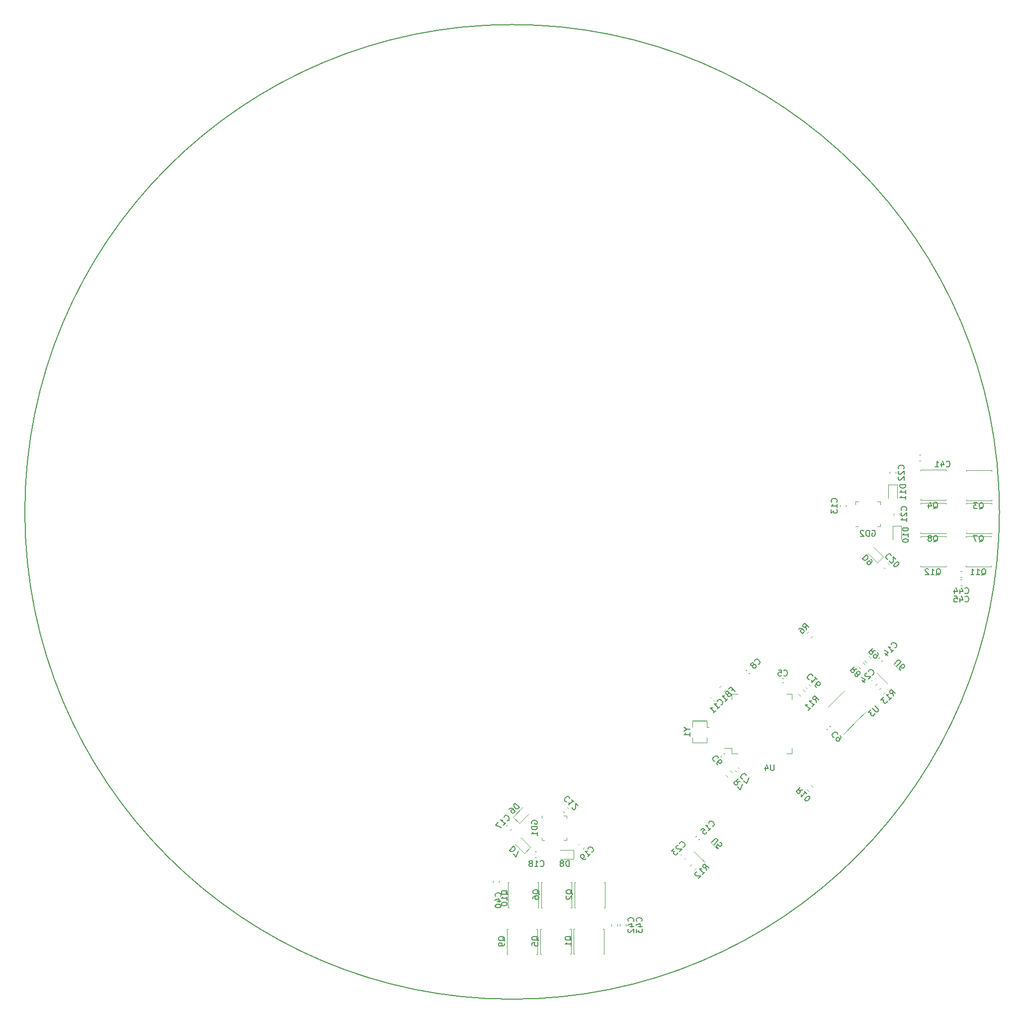
<source format=gbr>
%TF.GenerationSoftware,KiCad,Pcbnew,(6.0.8)*%
%TF.CreationDate,2022-10-14T23:08:25+09:00*%
%TF.ProjectId,ORION_VV_driver_v2,4f52494f-4e5f-4565-965f-647269766572,rev?*%
%TF.SameCoordinates,Original*%
%TF.FileFunction,Legend,Bot*%
%TF.FilePolarity,Positive*%
%FSLAX46Y46*%
G04 Gerber Fmt 4.6, Leading zero omitted, Abs format (unit mm)*
G04 Created by KiCad (PCBNEW (6.0.8)) date 2022-10-14 23:08:25*
%MOMM*%
%LPD*%
G01*
G04 APERTURE LIST*
%ADD10C,0.150000*%
%ADD11C,0.120000*%
G04 APERTURE END LIST*
D10*
X137000000Y-100000000D02*
G75*
G03*
X137000000Y-100000000I-83000000J0D01*
G01*
%TO.C,C7*%
X93857723Y-144910961D02*
X93857723Y-144843618D01*
X93790379Y-144708931D01*
X93723036Y-144641587D01*
X93588348Y-144574244D01*
X93453661Y-144574244D01*
X93352646Y-144607915D01*
X93184287Y-144708931D01*
X93083272Y-144809946D01*
X92982257Y-144978305D01*
X92948585Y-145079320D01*
X92948585Y-145214007D01*
X93015929Y-145348694D01*
X93083272Y-145416038D01*
X93217959Y-145483381D01*
X93285303Y-145483381D01*
X93453661Y-145786427D02*
X93925066Y-146257831D01*
X94329127Y-145247679D01*
%TO.C,FB1*%
X91362645Y-130428740D02*
X91598347Y-130193038D01*
X91968736Y-130563427D02*
X91261629Y-129856320D01*
X90924912Y-130193038D01*
X90756553Y-131034832D02*
X90689209Y-131169519D01*
X90689209Y-131236862D01*
X90722881Y-131337878D01*
X90823897Y-131438893D01*
X90924912Y-131472565D01*
X90992255Y-131472565D01*
X91093271Y-131438893D01*
X91362645Y-131169519D01*
X90655538Y-130462412D01*
X90419835Y-130698114D01*
X90386164Y-130799129D01*
X90386164Y-130866473D01*
X90419835Y-130967488D01*
X90487179Y-131034832D01*
X90588194Y-131068504D01*
X90655538Y-131068504D01*
X90756553Y-131034832D01*
X90992255Y-130799129D01*
X90285148Y-132247015D02*
X90689209Y-131842954D01*
X90487179Y-132044984D02*
X89780072Y-131337878D01*
X89948431Y-131371549D01*
X90083118Y-131371549D01*
X90184133Y-131337878D01*
%TO.C,R10*%
X103487842Y-147335326D02*
X102915423Y-147436341D01*
X103083781Y-146931265D02*
X102376675Y-147638372D01*
X102646049Y-147907746D01*
X102747064Y-147941418D01*
X102814407Y-147941418D01*
X102915423Y-147907746D01*
X103016438Y-147806731D01*
X103050110Y-147705715D01*
X103050110Y-147638372D01*
X103016438Y-147537357D01*
X102747064Y-147267983D01*
X104161278Y-148008761D02*
X103757217Y-147604700D01*
X103959247Y-147806731D02*
X103252140Y-148513838D01*
X103285812Y-148345479D01*
X103285812Y-148210792D01*
X103252140Y-148109777D01*
X103891904Y-149153601D02*
X103959247Y-149220944D01*
X104060262Y-149254616D01*
X104127606Y-149254616D01*
X104228621Y-149220944D01*
X104396980Y-149119929D01*
X104565339Y-148951570D01*
X104666354Y-148783212D01*
X104700026Y-148682196D01*
X104700026Y-148614853D01*
X104666354Y-148513838D01*
X104599010Y-148446494D01*
X104497995Y-148412822D01*
X104430652Y-148412822D01*
X104329636Y-148446494D01*
X104161278Y-148547509D01*
X103992919Y-148715868D01*
X103891904Y-148884227D01*
X103858232Y-148985242D01*
X103858232Y-149052586D01*
X103891904Y-149153601D01*
%TO.C,C22*%
X120682468Y-92666144D02*
X120730087Y-92618525D01*
X120777706Y-92475668D01*
X120777706Y-92380430D01*
X120730087Y-92237573D01*
X120634849Y-92142335D01*
X120539611Y-92094716D01*
X120349135Y-92047097D01*
X120206278Y-92047097D01*
X120015802Y-92094716D01*
X119920564Y-92142335D01*
X119825326Y-92237573D01*
X119777706Y-92380430D01*
X119777706Y-92475668D01*
X119825326Y-92618525D01*
X119872945Y-92666144D01*
X119872945Y-93047097D02*
X119825326Y-93094716D01*
X119777706Y-93189954D01*
X119777706Y-93428049D01*
X119825326Y-93523287D01*
X119872945Y-93570906D01*
X119968183Y-93618525D01*
X120063421Y-93618525D01*
X120206278Y-93570906D01*
X120777706Y-92999478D01*
X120777706Y-93618525D01*
X119872945Y-93999478D02*
X119825326Y-94047097D01*
X119777706Y-94142335D01*
X119777706Y-94380430D01*
X119825326Y-94475668D01*
X119872945Y-94523287D01*
X119968183Y-94570906D01*
X120063421Y-94570906D01*
X120206278Y-94523287D01*
X120777706Y-93951859D01*
X120777706Y-94570906D01*
%TO.C,R13*%
X118892669Y-131358080D02*
X118791654Y-130785661D01*
X119296730Y-130954019D02*
X118589623Y-130246913D01*
X118320249Y-130516287D01*
X118286577Y-130617302D01*
X118286577Y-130684645D01*
X118320249Y-130785661D01*
X118421264Y-130886676D01*
X118522280Y-130920348D01*
X118589623Y-130920348D01*
X118690638Y-130886676D01*
X118960012Y-130617302D01*
X118219234Y-132031516D02*
X118623295Y-131627455D01*
X118421264Y-131829485D02*
X117714157Y-131122378D01*
X117882516Y-131156050D01*
X118017203Y-131156050D01*
X118118219Y-131122378D01*
X117276425Y-131560111D02*
X116838692Y-131997844D01*
X117343768Y-132031516D01*
X117242753Y-132132531D01*
X117209081Y-132233546D01*
X117209081Y-132300890D01*
X117242753Y-132401905D01*
X117411112Y-132570264D01*
X117512127Y-132603935D01*
X117579470Y-132603935D01*
X117680486Y-132570264D01*
X117882516Y-132368233D01*
X117916188Y-132267218D01*
X117916188Y-132199874D01*
%TO.C,C21*%
X121139575Y-99737212D02*
X121187194Y-99689593D01*
X121234813Y-99546736D01*
X121234813Y-99451498D01*
X121187194Y-99308641D01*
X121091956Y-99213403D01*
X120996718Y-99165784D01*
X120806242Y-99118165D01*
X120663385Y-99118165D01*
X120472909Y-99165784D01*
X120377671Y-99213403D01*
X120282433Y-99308641D01*
X120234813Y-99451498D01*
X120234813Y-99546736D01*
X120282433Y-99689593D01*
X120330052Y-99737212D01*
X120330052Y-100118165D02*
X120282433Y-100165784D01*
X120234813Y-100261022D01*
X120234813Y-100499117D01*
X120282433Y-100594355D01*
X120330052Y-100641974D01*
X120425290Y-100689593D01*
X120520528Y-100689593D01*
X120663385Y-100641974D01*
X121234813Y-100070546D01*
X121234813Y-100689593D01*
X121234813Y-101641974D02*
X121234813Y-101070546D01*
X121234813Y-101356260D02*
X120234813Y-101356260D01*
X120377671Y-101261022D01*
X120472909Y-101165784D01*
X120520528Y-101070546D01*
%TO.C,Q10*%
X53258460Y-165216018D02*
X53210841Y-165120780D01*
X53115602Y-165025542D01*
X52972745Y-164882685D01*
X52925126Y-164787447D01*
X52925126Y-164692208D01*
X53163221Y-164739827D02*
X53115602Y-164644589D01*
X53020364Y-164549351D01*
X52829888Y-164501732D01*
X52496555Y-164501732D01*
X52306079Y-164549351D01*
X52210841Y-164644589D01*
X52163221Y-164739827D01*
X52163221Y-164930304D01*
X52210841Y-165025542D01*
X52306079Y-165120780D01*
X52496555Y-165168399D01*
X52829888Y-165168399D01*
X53020364Y-165120780D01*
X53115602Y-165025542D01*
X53163221Y-164930304D01*
X53163221Y-164739827D01*
X53163221Y-166120780D02*
X53163221Y-165549351D01*
X53163221Y-165835066D02*
X52163221Y-165835066D01*
X52306079Y-165739827D01*
X52401317Y-165644589D01*
X52448936Y-165549351D01*
X52163221Y-166739827D02*
X52163221Y-166835066D01*
X52210841Y-166930304D01*
X52258460Y-166977923D01*
X52353698Y-167025542D01*
X52544174Y-167073161D01*
X52782269Y-167073161D01*
X52972745Y-167025542D01*
X53067983Y-166977923D01*
X53115602Y-166930304D01*
X53163221Y-166835066D01*
X53163221Y-166739827D01*
X53115602Y-166644589D01*
X53067983Y-166596970D01*
X52972745Y-166549351D01*
X52782269Y-166501732D01*
X52544174Y-166501732D01*
X52353698Y-166549351D01*
X52258460Y-166596970D01*
X52210841Y-166644589D01*
X52163221Y-166739827D01*
%TO.C,C16*%
X105188266Y-127957234D02*
X105188266Y-127889890D01*
X105120922Y-127755203D01*
X105053579Y-127687860D01*
X104918892Y-127620516D01*
X104784205Y-127620516D01*
X104683190Y-127654188D01*
X104514831Y-127755203D01*
X104413816Y-127856218D01*
X104312800Y-128024577D01*
X104279129Y-128125592D01*
X104279129Y-128260279D01*
X104346472Y-128394966D01*
X104413816Y-128462310D01*
X104548503Y-128529653D01*
X104615846Y-128529653D01*
X105929045Y-128563325D02*
X105524984Y-128159264D01*
X105727014Y-128361295D02*
X105019907Y-129068402D01*
X105053579Y-128900043D01*
X105053579Y-128765356D01*
X105019907Y-128664341D01*
X105828029Y-129876524D02*
X105693342Y-129741837D01*
X105659671Y-129640821D01*
X105659671Y-129573478D01*
X105693342Y-129405119D01*
X105794358Y-129236760D01*
X106063732Y-128967386D01*
X106164747Y-128933715D01*
X106232090Y-128933715D01*
X106333106Y-128967386D01*
X106467793Y-129102073D01*
X106501464Y-129203089D01*
X106501464Y-129270432D01*
X106467793Y-129371447D01*
X106299434Y-129539806D01*
X106198419Y-129573478D01*
X106131075Y-129573478D01*
X106030060Y-129539806D01*
X105895373Y-129405119D01*
X105861701Y-129304104D01*
X105861701Y-129236760D01*
X105895373Y-129135745D01*
%TO.C,C15*%
X88066180Y-153564601D02*
X88133524Y-153564601D01*
X88268211Y-153497257D01*
X88335554Y-153429914D01*
X88402898Y-153295227D01*
X88402898Y-153160540D01*
X88369226Y-153059525D01*
X88268211Y-152891166D01*
X88167196Y-152790151D01*
X87998837Y-152689135D01*
X87897822Y-152655464D01*
X87763135Y-152655464D01*
X87628448Y-152722807D01*
X87561104Y-152790151D01*
X87493761Y-152924838D01*
X87493761Y-152992181D01*
X87460089Y-154305380D02*
X87864150Y-153901319D01*
X87662119Y-154103349D02*
X86955012Y-153396242D01*
X87123371Y-153429914D01*
X87258058Y-153429914D01*
X87359073Y-153396242D01*
X86113219Y-154238036D02*
X86449936Y-153901319D01*
X86820325Y-154204364D01*
X86752982Y-154204364D01*
X86651967Y-154238036D01*
X86483608Y-154406395D01*
X86449936Y-154507410D01*
X86449936Y-154574754D01*
X86483608Y-154675769D01*
X86651967Y-154844128D01*
X86752982Y-154877799D01*
X86820325Y-154877799D01*
X86921341Y-154844128D01*
X87089699Y-154675769D01*
X87123371Y-154574754D01*
X87123371Y-154507410D01*
%TO.C,U3*%
X115794867Y-133041668D02*
X116367287Y-133614088D01*
X116400959Y-133715103D01*
X116400959Y-133782447D01*
X116367287Y-133883462D01*
X116232600Y-134018149D01*
X116131585Y-134051821D01*
X116064241Y-134051821D01*
X115963226Y-134018149D01*
X115390806Y-133445729D01*
X115121432Y-133715103D02*
X114683700Y-134152836D01*
X115188776Y-134186508D01*
X115087761Y-134287523D01*
X115054089Y-134388538D01*
X115054089Y-134455882D01*
X115087761Y-134556897D01*
X115256119Y-134725256D01*
X115357135Y-134758928D01*
X115424478Y-134758928D01*
X115525493Y-134725256D01*
X115727524Y-134523225D01*
X115761196Y-134422210D01*
X115761196Y-134354867D01*
%TO.C,D8*%
X63701985Y-160390206D02*
X63701985Y-159390206D01*
X63463890Y-159390206D01*
X63321032Y-159437826D01*
X63225794Y-159533064D01*
X63178175Y-159628302D01*
X63130556Y-159818778D01*
X63130556Y-159961635D01*
X63178175Y-160152111D01*
X63225794Y-160247349D01*
X63321032Y-160342587D01*
X63463890Y-160390206D01*
X63701985Y-160390206D01*
X62559128Y-159818778D02*
X62654366Y-159771159D01*
X62701985Y-159723540D01*
X62749604Y-159628302D01*
X62749604Y-159580683D01*
X62701985Y-159485445D01*
X62654366Y-159437826D01*
X62559128Y-159390206D01*
X62368651Y-159390206D01*
X62273413Y-159437826D01*
X62225794Y-159485445D01*
X62178175Y-159580683D01*
X62178175Y-159628302D01*
X62225794Y-159723540D01*
X62273413Y-159771159D01*
X62368651Y-159818778D01*
X62559128Y-159818778D01*
X62654366Y-159866397D01*
X62701985Y-159914016D01*
X62749604Y-160009254D01*
X62749604Y-160199730D01*
X62701985Y-160294968D01*
X62654366Y-160342587D01*
X62559128Y-160390206D01*
X62368651Y-160390206D01*
X62273413Y-160342587D01*
X62225794Y-160294968D01*
X62178175Y-160199730D01*
X62178175Y-160009254D01*
X62225794Y-159914016D01*
X62273413Y-159866397D01*
X62368651Y-159818778D01*
%TO.C,C43*%
X76048954Y-169740783D02*
X76096573Y-169693164D01*
X76144192Y-169550307D01*
X76144192Y-169455069D01*
X76096573Y-169312212D01*
X76001335Y-169216974D01*
X75906097Y-169169355D01*
X75715621Y-169121736D01*
X75572764Y-169121736D01*
X75382288Y-169169355D01*
X75287050Y-169216974D01*
X75191812Y-169312212D01*
X75144192Y-169455069D01*
X75144192Y-169550307D01*
X75191812Y-169693164D01*
X75239431Y-169740783D01*
X75477526Y-170597926D02*
X76144192Y-170597926D01*
X75096573Y-170359831D02*
X75810859Y-170121736D01*
X75810859Y-170740783D01*
X75144192Y-171026498D02*
X75144192Y-171645545D01*
X75525145Y-171312212D01*
X75525145Y-171455069D01*
X75572764Y-171550307D01*
X75620383Y-171597926D01*
X75715621Y-171645545D01*
X75953716Y-171645545D01*
X76048954Y-171597926D01*
X76096573Y-171550307D01*
X76144192Y-171455069D01*
X76144192Y-171169355D01*
X76096573Y-171074117D01*
X76048954Y-171026498D01*
%TO.C,C40*%
X52007323Y-165498143D02*
X52054942Y-165450524D01*
X52102561Y-165307667D01*
X52102561Y-165212429D01*
X52054942Y-165069572D01*
X51959704Y-164974334D01*
X51864466Y-164926715D01*
X51673990Y-164879096D01*
X51531133Y-164879096D01*
X51340657Y-164926715D01*
X51245419Y-164974334D01*
X51150181Y-165069572D01*
X51102561Y-165212429D01*
X51102561Y-165307667D01*
X51150181Y-165450524D01*
X51197800Y-165498143D01*
X51435895Y-166355286D02*
X52102561Y-166355286D01*
X51054942Y-166117191D02*
X51769228Y-165879096D01*
X51769228Y-166498143D01*
X51102561Y-167069572D02*
X51102561Y-167164810D01*
X51150181Y-167260048D01*
X51197800Y-167307667D01*
X51293038Y-167355286D01*
X51483514Y-167402905D01*
X51721609Y-167402905D01*
X51912085Y-167355286D01*
X52007323Y-167307667D01*
X52054942Y-167260048D01*
X52102561Y-167164810D01*
X52102561Y-167069572D01*
X52054942Y-166974334D01*
X52007323Y-166926715D01*
X51912085Y-166879096D01*
X51721609Y-166831477D01*
X51483514Y-166831477D01*
X51293038Y-166879096D01*
X51197800Y-166926715D01*
X51150181Y-166974334D01*
X51102561Y-167069572D01*
%TO.C,D10*%
X121484813Y-102701318D02*
X120484813Y-102701318D01*
X120484813Y-102939413D01*
X120532433Y-103082270D01*
X120627671Y-103177508D01*
X120722909Y-103225127D01*
X120913385Y-103272746D01*
X121056242Y-103272746D01*
X121246718Y-103225127D01*
X121341956Y-103177508D01*
X121437194Y-103082270D01*
X121484813Y-102939413D01*
X121484813Y-102701318D01*
X121484813Y-104225127D02*
X121484813Y-103653699D01*
X121484813Y-103939413D02*
X120484813Y-103939413D01*
X120627671Y-103844175D01*
X120722909Y-103748937D01*
X120770528Y-103653699D01*
X120484813Y-104844175D02*
X120484813Y-104939413D01*
X120532433Y-105034651D01*
X120580052Y-105082270D01*
X120675290Y-105129889D01*
X120865766Y-105177508D01*
X121103861Y-105177508D01*
X121294337Y-105129889D01*
X121389575Y-105082270D01*
X121437194Y-105034651D01*
X121484813Y-104939413D01*
X121484813Y-104844175D01*
X121437194Y-104748937D01*
X121389575Y-104701318D01*
X121294337Y-104653699D01*
X121103861Y-104606080D01*
X120865766Y-104606080D01*
X120675290Y-104653699D01*
X120580052Y-104701318D01*
X120532433Y-104748937D01*
X120484813Y-104844175D01*
%TO.C,Q5*%
X58481242Y-173007883D02*
X58433623Y-172912645D01*
X58338384Y-172817407D01*
X58195527Y-172674550D01*
X58147908Y-172579312D01*
X58147908Y-172484074D01*
X58386003Y-172531693D02*
X58338384Y-172436455D01*
X58243146Y-172341217D01*
X58052670Y-172293598D01*
X57719337Y-172293598D01*
X57528861Y-172341217D01*
X57433623Y-172436455D01*
X57386003Y-172531693D01*
X57386003Y-172722169D01*
X57433623Y-172817407D01*
X57528861Y-172912645D01*
X57719337Y-172960264D01*
X58052670Y-172960264D01*
X58243146Y-172912645D01*
X58338384Y-172817407D01*
X58386003Y-172722169D01*
X58386003Y-172531693D01*
X57386003Y-173865026D02*
X57386003Y-173388836D01*
X57862194Y-173341217D01*
X57814575Y-173388836D01*
X57766956Y-173484074D01*
X57766956Y-173722169D01*
X57814575Y-173817407D01*
X57862194Y-173865026D01*
X57957432Y-173912645D01*
X58195527Y-173912645D01*
X58290765Y-173865026D01*
X58338384Y-173817407D01*
X58386003Y-173722169D01*
X58386003Y-173484074D01*
X58338384Y-173388836D01*
X58290765Y-173341217D01*
%TO.C,GD2*%
X115296970Y-103180070D02*
X115392208Y-103132450D01*
X115535065Y-103132450D01*
X115677923Y-103180070D01*
X115773161Y-103275308D01*
X115820780Y-103370546D01*
X115868399Y-103561022D01*
X115868399Y-103703879D01*
X115820780Y-103894355D01*
X115773161Y-103989593D01*
X115677923Y-104084831D01*
X115535065Y-104132450D01*
X115439827Y-104132450D01*
X115296970Y-104084831D01*
X115249351Y-104037212D01*
X115249351Y-103703879D01*
X115439827Y-103703879D01*
X114820780Y-104132450D02*
X114820780Y-103132450D01*
X114582685Y-103132450D01*
X114439827Y-103180070D01*
X114344589Y-103275308D01*
X114296970Y-103370546D01*
X114249351Y-103561022D01*
X114249351Y-103703879D01*
X114296970Y-103894355D01*
X114344589Y-103989593D01*
X114439827Y-104084831D01*
X114582685Y-104132450D01*
X114820780Y-104132450D01*
X113868399Y-103227689D02*
X113820780Y-103180070D01*
X113725542Y-103132450D01*
X113487446Y-103132450D01*
X113392208Y-103180070D01*
X113344589Y-103227689D01*
X113296970Y-103322927D01*
X113296970Y-103418165D01*
X113344589Y-103561022D01*
X113916018Y-104132450D01*
X113296970Y-104132450D01*
%TO.C,C9*%
X109414072Y-137839893D02*
X109414072Y-137772550D01*
X109346728Y-137637863D01*
X109279385Y-137570519D01*
X109144697Y-137503176D01*
X109010010Y-137503176D01*
X108908995Y-137536847D01*
X108740636Y-137637863D01*
X108639621Y-137738878D01*
X108538606Y-137907237D01*
X108504934Y-138008252D01*
X108504934Y-138142939D01*
X108572278Y-138277626D01*
X108639621Y-138344970D01*
X108774308Y-138412313D01*
X108841652Y-138412313D01*
X109818133Y-138109267D02*
X109952820Y-138243954D01*
X109986491Y-138344970D01*
X109986491Y-138412313D01*
X109952820Y-138580672D01*
X109851804Y-138749031D01*
X109582430Y-139018405D01*
X109481415Y-139052076D01*
X109414072Y-139052076D01*
X109313056Y-139018405D01*
X109178369Y-138883718D01*
X109144697Y-138782702D01*
X109144697Y-138715359D01*
X109178369Y-138614344D01*
X109346728Y-138445985D01*
X109447743Y-138412313D01*
X109515087Y-138412313D01*
X109616102Y-138445985D01*
X109750789Y-138580672D01*
X109784461Y-138681687D01*
X109784461Y-138749031D01*
X109750789Y-138850046D01*
%TO.C,U5*%
X88005318Y-156247987D02*
X88577738Y-155675567D01*
X88678753Y-155641895D01*
X88746097Y-155641895D01*
X88847112Y-155675567D01*
X88981799Y-155810254D01*
X89015471Y-155911269D01*
X89015471Y-155978613D01*
X88981799Y-156079628D01*
X88409379Y-156652048D01*
X89082814Y-157325483D02*
X88746097Y-156988765D01*
X89049143Y-156618376D01*
X89049143Y-156685719D01*
X89082814Y-156786735D01*
X89251173Y-156955093D01*
X89352188Y-156988765D01*
X89419532Y-156988765D01*
X89520547Y-156955093D01*
X89688906Y-156786735D01*
X89722578Y-156685719D01*
X89722578Y-156618376D01*
X89688906Y-156517361D01*
X89520547Y-156349002D01*
X89419532Y-156315330D01*
X89352188Y-156315330D01*
%TO.C,C5*%
X100253662Y-127842194D02*
X100301281Y-127889813D01*
X100444138Y-127937432D01*
X100539376Y-127937432D01*
X100682234Y-127889813D01*
X100777472Y-127794575D01*
X100825091Y-127699337D01*
X100872710Y-127508861D01*
X100872710Y-127366004D01*
X100825091Y-127175528D01*
X100777472Y-127080290D01*
X100682234Y-126985052D01*
X100539376Y-126937432D01*
X100444138Y-126937432D01*
X100301281Y-126985052D01*
X100253662Y-127032671D01*
X99348900Y-126937432D02*
X99825091Y-126937432D01*
X99872710Y-127413623D01*
X99825091Y-127366004D01*
X99729853Y-127318385D01*
X99491757Y-127318385D01*
X99396519Y-127366004D01*
X99348900Y-127413623D01*
X99301281Y-127508861D01*
X99301281Y-127746956D01*
X99348900Y-127842194D01*
X99396519Y-127889813D01*
X99491757Y-127937432D01*
X99729853Y-127937432D01*
X99825091Y-127889813D01*
X99872710Y-127842194D01*
%TO.C,C11*%
X89551104Y-132846373D02*
X89618448Y-132846373D01*
X89753135Y-132779029D01*
X89820478Y-132711686D01*
X89887822Y-132576999D01*
X89887822Y-132442312D01*
X89854150Y-132341297D01*
X89753135Y-132172938D01*
X89652120Y-132071923D01*
X89483761Y-131970907D01*
X89382746Y-131937236D01*
X89248059Y-131937236D01*
X89113372Y-132004579D01*
X89046028Y-132071923D01*
X88978685Y-132206610D01*
X88978685Y-132273953D01*
X88945013Y-133587152D02*
X89349074Y-133183091D01*
X89147043Y-133385121D02*
X88439936Y-132678014D01*
X88608295Y-132711686D01*
X88742982Y-132711686D01*
X88843998Y-132678014D01*
X88271578Y-134260587D02*
X88675639Y-133856526D01*
X88473608Y-134058556D02*
X87766501Y-133351449D01*
X87934860Y-133385121D01*
X88069547Y-133385121D01*
X88170562Y-133351449D01*
%TO.C,C42*%
X74634741Y-169740783D02*
X74682360Y-169693164D01*
X74729979Y-169550307D01*
X74729979Y-169455069D01*
X74682360Y-169312212D01*
X74587122Y-169216974D01*
X74491884Y-169169355D01*
X74301408Y-169121736D01*
X74158551Y-169121736D01*
X73968075Y-169169355D01*
X73872837Y-169216974D01*
X73777599Y-169312212D01*
X73729979Y-169455069D01*
X73729979Y-169550307D01*
X73777599Y-169693164D01*
X73825218Y-169740783D01*
X74063313Y-170597926D02*
X74729979Y-170597926D01*
X73682360Y-170359831D02*
X74396646Y-170121736D01*
X74396646Y-170740783D01*
X73825218Y-171074117D02*
X73777599Y-171121736D01*
X73729979Y-171216974D01*
X73729979Y-171455069D01*
X73777599Y-171550307D01*
X73825218Y-171597926D01*
X73920456Y-171645545D01*
X74015694Y-171645545D01*
X74158551Y-171597926D01*
X74729979Y-171026498D01*
X74729979Y-171645545D01*
%TO.C,C12*%
X63822519Y-148816884D02*
X63822519Y-148749540D01*
X63755175Y-148614853D01*
X63687832Y-148547510D01*
X63553145Y-148480166D01*
X63418458Y-148480166D01*
X63317443Y-148513838D01*
X63149084Y-148614853D01*
X63048069Y-148715868D01*
X62947053Y-148884227D01*
X62913382Y-148985242D01*
X62913382Y-149119929D01*
X62980725Y-149254616D01*
X63048069Y-149321960D01*
X63182756Y-149389303D01*
X63250099Y-149389303D01*
X64563298Y-149422975D02*
X64159237Y-149018914D01*
X64361267Y-149220945D02*
X63654160Y-149928052D01*
X63687832Y-149759693D01*
X63687832Y-149625006D01*
X63654160Y-149523991D01*
X64192908Y-150332113D02*
X64192908Y-150399456D01*
X64226580Y-150500471D01*
X64394939Y-150668830D01*
X64495954Y-150702502D01*
X64563298Y-150702502D01*
X64664313Y-150668830D01*
X64731656Y-150601487D01*
X64799000Y-150466800D01*
X64799000Y-149658678D01*
X65236733Y-150096410D01*
%TO.C,D6*%
X55223174Y-150338426D02*
X54516068Y-149631319D01*
X54347709Y-149799678D01*
X54280365Y-149934365D01*
X54280365Y-150069052D01*
X54314037Y-150170067D01*
X54415052Y-150338426D01*
X54516068Y-150439441D01*
X54684426Y-150540457D01*
X54785442Y-150574128D01*
X54920129Y-150574128D01*
X55054816Y-150506785D01*
X55223174Y-150338426D01*
X53505915Y-150641472D02*
X53640602Y-150506785D01*
X53741617Y-150473113D01*
X53808961Y-150473113D01*
X53977319Y-150506785D01*
X54145678Y-150607800D01*
X54415052Y-150877174D01*
X54448724Y-150978189D01*
X54448724Y-151045533D01*
X54415052Y-151146548D01*
X54280365Y-151281235D01*
X54179350Y-151314907D01*
X54112006Y-151314907D01*
X54010991Y-151281235D01*
X53842632Y-151112876D01*
X53808961Y-151011861D01*
X53808961Y-150944518D01*
X53842632Y-150843502D01*
X53977319Y-150708815D01*
X54078335Y-150675144D01*
X54145678Y-150675144D01*
X54246693Y-150708815D01*
%TO.C,Q2*%
X64274150Y-165093655D02*
X64226531Y-164998417D01*
X64131292Y-164903179D01*
X63988435Y-164760322D01*
X63940816Y-164665084D01*
X63940816Y-164569846D01*
X64178911Y-164617465D02*
X64131292Y-164522227D01*
X64036054Y-164426989D01*
X63845578Y-164379370D01*
X63512245Y-164379370D01*
X63321769Y-164426989D01*
X63226531Y-164522227D01*
X63178911Y-164617465D01*
X63178911Y-164807941D01*
X63226531Y-164903179D01*
X63321769Y-164998417D01*
X63512245Y-165046036D01*
X63845578Y-165046036D01*
X64036054Y-164998417D01*
X64131292Y-164903179D01*
X64178911Y-164807941D01*
X64178911Y-164617465D01*
X63274150Y-165426989D02*
X63226531Y-165474608D01*
X63178911Y-165569846D01*
X63178911Y-165807941D01*
X63226531Y-165903179D01*
X63274150Y-165950798D01*
X63369388Y-165998417D01*
X63464626Y-165998417D01*
X63607483Y-165950798D01*
X64178911Y-165379370D01*
X64178911Y-165998417D01*
%TO.C,Q4*%
X125746632Y-99457941D02*
X125841870Y-99410322D01*
X125937108Y-99315083D01*
X126079965Y-99172226D01*
X126175203Y-99124607D01*
X126270441Y-99124607D01*
X126222822Y-99362702D02*
X126318060Y-99315083D01*
X126413298Y-99219845D01*
X126460917Y-99029369D01*
X126460917Y-98696036D01*
X126413298Y-98505560D01*
X126318060Y-98410322D01*
X126222822Y-98362702D01*
X126032346Y-98362702D01*
X125937108Y-98410322D01*
X125841870Y-98505560D01*
X125794251Y-98696036D01*
X125794251Y-99029369D01*
X125841870Y-99219845D01*
X125937108Y-99315083D01*
X126032346Y-99362702D01*
X126222822Y-99362702D01*
X124937108Y-98696036D02*
X124937108Y-99362702D01*
X125175203Y-98315083D02*
X125413298Y-99029369D01*
X124794251Y-99029369D01*
%TO.C,C24*%
X115289791Y-127755204D02*
X115357135Y-127755204D01*
X115491822Y-127687860D01*
X115559165Y-127620517D01*
X115626509Y-127485830D01*
X115626509Y-127351143D01*
X115592837Y-127250128D01*
X115491822Y-127081769D01*
X115390807Y-126980754D01*
X115222448Y-126879738D01*
X115121433Y-126846067D01*
X114986746Y-126846067D01*
X114852059Y-126913410D01*
X114784715Y-126980754D01*
X114717372Y-127115441D01*
X114717372Y-127182784D01*
X114447997Y-127452158D02*
X114380654Y-127452158D01*
X114279639Y-127485830D01*
X114111280Y-127654189D01*
X114077608Y-127755204D01*
X114077608Y-127822547D01*
X114111280Y-127923563D01*
X114178623Y-127990906D01*
X114313310Y-128058250D01*
X115121433Y-128058250D01*
X114683700Y-128495983D01*
X113606204Y-128630670D02*
X114077608Y-129102074D01*
X113505188Y-128192937D02*
X114178623Y-128529654D01*
X113740891Y-128967387D01*
%TO.C,Q9*%
X52770835Y-173061436D02*
X52723216Y-172966198D01*
X52627977Y-172870960D01*
X52485120Y-172728103D01*
X52437501Y-172632865D01*
X52437501Y-172537627D01*
X52675596Y-172585246D02*
X52627977Y-172490008D01*
X52532739Y-172394770D01*
X52342263Y-172347151D01*
X52008930Y-172347151D01*
X51818454Y-172394770D01*
X51723216Y-172490008D01*
X51675596Y-172585246D01*
X51675596Y-172775722D01*
X51723216Y-172870960D01*
X51818454Y-172966198D01*
X52008930Y-173013817D01*
X52342263Y-173013817D01*
X52532739Y-172966198D01*
X52627977Y-172870960D01*
X52675596Y-172775722D01*
X52675596Y-172585246D01*
X52675596Y-173490008D02*
X52675596Y-173680484D01*
X52627977Y-173775722D01*
X52580358Y-173823341D01*
X52437501Y-173918579D01*
X52247025Y-173966198D01*
X51866073Y-173966198D01*
X51770835Y-173918579D01*
X51723216Y-173870960D01*
X51675596Y-173775722D01*
X51675596Y-173585246D01*
X51723216Y-173490008D01*
X51770835Y-173442389D01*
X51866073Y-173394770D01*
X52104168Y-173394770D01*
X52199406Y-173442389D01*
X52247025Y-173490008D01*
X52294644Y-173585246D01*
X52294644Y-173775722D01*
X52247025Y-173870960D01*
X52199406Y-173918579D01*
X52104168Y-173966198D01*
%TO.C,Q7*%
X133524806Y-105114796D02*
X133620044Y-105067177D01*
X133715282Y-104971938D01*
X133858139Y-104829081D01*
X133953377Y-104781462D01*
X134048615Y-104781462D01*
X134000996Y-105019557D02*
X134096234Y-104971938D01*
X134191472Y-104876700D01*
X134239091Y-104686224D01*
X134239091Y-104352891D01*
X134191472Y-104162415D01*
X134096234Y-104067177D01*
X134000996Y-104019557D01*
X133810520Y-104019557D01*
X133715282Y-104067177D01*
X133620044Y-104162415D01*
X133572425Y-104352891D01*
X133572425Y-104686224D01*
X133620044Y-104876700D01*
X133715282Y-104971938D01*
X133810520Y-105019557D01*
X134000996Y-105019557D01*
X133239091Y-104019557D02*
X132572425Y-104019557D01*
X133000996Y-105019557D01*
%TO.C,Q8*%
X125746632Y-105114796D02*
X125841870Y-105067177D01*
X125937108Y-104971938D01*
X126079965Y-104829081D01*
X126175203Y-104781462D01*
X126270441Y-104781462D01*
X126222822Y-105019557D02*
X126318060Y-104971938D01*
X126413298Y-104876700D01*
X126460917Y-104686224D01*
X126460917Y-104352891D01*
X126413298Y-104162415D01*
X126318060Y-104067177D01*
X126222822Y-104019557D01*
X126032346Y-104019557D01*
X125937108Y-104067177D01*
X125841870Y-104162415D01*
X125794251Y-104352891D01*
X125794251Y-104686224D01*
X125841870Y-104876700D01*
X125937108Y-104971938D01*
X126032346Y-105019557D01*
X126222822Y-105019557D01*
X125222822Y-104448129D02*
X125318060Y-104400510D01*
X125365679Y-104352891D01*
X125413298Y-104257653D01*
X125413298Y-104210034D01*
X125365679Y-104114796D01*
X125318060Y-104067177D01*
X125222822Y-104019557D01*
X125032346Y-104019557D01*
X124937108Y-104067177D01*
X124889489Y-104114796D01*
X124841870Y-104210034D01*
X124841870Y-104257653D01*
X124889489Y-104352891D01*
X124937108Y-104400510D01*
X125032346Y-104448129D01*
X125222822Y-104448129D01*
X125318060Y-104495748D01*
X125365679Y-104543367D01*
X125413298Y-104638605D01*
X125413298Y-104829081D01*
X125365679Y-104924319D01*
X125318060Y-104971938D01*
X125222822Y-105019557D01*
X125032346Y-105019557D01*
X124937108Y-104971938D01*
X124889489Y-104924319D01*
X124841870Y-104829081D01*
X124841870Y-104638605D01*
X124889489Y-104543367D01*
X124937108Y-104495748D01*
X125032346Y-104448129D01*
%TO.C,D7*%
X54258900Y-156937669D02*
X53551793Y-157644775D01*
X53720152Y-157813134D01*
X53854839Y-157880478D01*
X53989526Y-157880478D01*
X54090541Y-157846806D01*
X54258900Y-157745791D01*
X54359915Y-157644775D01*
X54460930Y-157476417D01*
X54494602Y-157375401D01*
X54494602Y-157240714D01*
X54427259Y-157106027D01*
X54258900Y-156937669D01*
X54191556Y-158284539D02*
X54662961Y-158755943D01*
X55067022Y-157745791D01*
%TO.C,Y1*%
X83799731Y-137026985D02*
X84275921Y-137026985D01*
X83275921Y-136693652D02*
X83799731Y-137026985D01*
X83275921Y-137360318D01*
X84275921Y-138217461D02*
X84275921Y-137646033D01*
X84275921Y-137931747D02*
X83275921Y-137931747D01*
X83418779Y-137836509D01*
X83514017Y-137741271D01*
X83561636Y-137646033D01*
%TO.C,D11*%
X121027706Y-95380250D02*
X120027706Y-95380250D01*
X120027706Y-95618345D01*
X120075326Y-95761202D01*
X120170564Y-95856440D01*
X120265802Y-95904059D01*
X120456278Y-95951678D01*
X120599135Y-95951678D01*
X120789611Y-95904059D01*
X120884849Y-95856440D01*
X120980087Y-95761202D01*
X121027706Y-95618345D01*
X121027706Y-95380250D01*
X121027706Y-96904059D02*
X121027706Y-96332631D01*
X121027706Y-96618345D02*
X120027706Y-96618345D01*
X120170564Y-96523107D01*
X120265802Y-96427869D01*
X120313421Y-96332631D01*
X121027706Y-97856440D02*
X121027706Y-97285012D01*
X121027706Y-97570726D02*
X120027706Y-97570726D01*
X120170564Y-97475488D01*
X120265802Y-97380250D01*
X120313421Y-97285012D01*
%TO.C,C20*%
X118573798Y-107500635D02*
X118573798Y-107433291D01*
X118506454Y-107298604D01*
X118439111Y-107231261D01*
X118304424Y-107163917D01*
X118169737Y-107163917D01*
X118068722Y-107197589D01*
X117900363Y-107298604D01*
X117799348Y-107399619D01*
X117698332Y-107567978D01*
X117664661Y-107668993D01*
X117664661Y-107803680D01*
X117732004Y-107938367D01*
X117799348Y-108005711D01*
X117934035Y-108073054D01*
X118001378Y-108073054D01*
X118270752Y-108342429D02*
X118270752Y-108409772D01*
X118304424Y-108510787D01*
X118472783Y-108679146D01*
X118573798Y-108712818D01*
X118641141Y-108712818D01*
X118742157Y-108679146D01*
X118809500Y-108611803D01*
X118876844Y-108477116D01*
X118876844Y-107668993D01*
X119314577Y-108106726D01*
X119045203Y-109251566D02*
X119112546Y-109318909D01*
X119213561Y-109352581D01*
X119280905Y-109352581D01*
X119381920Y-109318909D01*
X119550279Y-109217894D01*
X119718638Y-109049535D01*
X119819653Y-108881177D01*
X119853325Y-108780161D01*
X119853325Y-108712818D01*
X119819653Y-108611803D01*
X119752309Y-108544459D01*
X119651294Y-108510787D01*
X119583951Y-108510787D01*
X119482935Y-108544459D01*
X119314577Y-108645474D01*
X119146218Y-108813833D01*
X119045203Y-108982192D01*
X119011531Y-109083207D01*
X119011531Y-109150551D01*
X119045203Y-109251566D01*
%TO.C,R12*%
X87072864Y-161056565D02*
X86971849Y-160484146D01*
X87476925Y-160652504D02*
X86769818Y-159945398D01*
X86500444Y-160214772D01*
X86466772Y-160315787D01*
X86466772Y-160383130D01*
X86500444Y-160484146D01*
X86601459Y-160585161D01*
X86702475Y-160618833D01*
X86769818Y-160618833D01*
X86870833Y-160585161D01*
X87140207Y-160315787D01*
X86399429Y-161730001D02*
X86803490Y-161325940D01*
X86601459Y-161527970D02*
X85894352Y-160820863D01*
X86062711Y-160854535D01*
X86197398Y-160854535D01*
X86298413Y-160820863D01*
X85490291Y-161359611D02*
X85422948Y-161359611D01*
X85321933Y-161393283D01*
X85153574Y-161561642D01*
X85119902Y-161662657D01*
X85119902Y-161730001D01*
X85153574Y-161831016D01*
X85220917Y-161898359D01*
X85355604Y-161965703D01*
X86163726Y-161965703D01*
X85725994Y-162403436D01*
%TO.C,C44*%
X131135445Y-113818687D02*
X131183064Y-113866306D01*
X131325921Y-113913925D01*
X131421159Y-113913925D01*
X131564016Y-113866306D01*
X131659254Y-113771068D01*
X131706873Y-113675830D01*
X131754492Y-113485354D01*
X131754492Y-113342497D01*
X131706873Y-113152021D01*
X131659254Y-113056783D01*
X131564016Y-112961545D01*
X131421159Y-112913925D01*
X131325921Y-112913925D01*
X131183064Y-112961545D01*
X131135445Y-113009164D01*
X130278302Y-113247259D02*
X130278302Y-113913925D01*
X130516397Y-112866306D02*
X130754492Y-113580592D01*
X130135445Y-113580592D01*
X129325921Y-113247259D02*
X129325921Y-113913925D01*
X129564016Y-112866306D02*
X129802111Y-113580592D01*
X129183064Y-113580592D01*
%TO.C,U4*%
X98603567Y-143041342D02*
X98603567Y-143850866D01*
X98555948Y-143946104D01*
X98508329Y-143993723D01*
X98413091Y-144041342D01*
X98222615Y-144041342D01*
X98127377Y-143993723D01*
X98079758Y-143946104D01*
X98032139Y-143850866D01*
X98032139Y-143041342D01*
X97127377Y-143374676D02*
X97127377Y-144041342D01*
X97365472Y-142993723D02*
X97603567Y-143708009D01*
X96984520Y-143708009D01*
%TO.C,R11*%
X105811194Y-132418740D02*
X105710179Y-131846321D01*
X106215255Y-132014679D02*
X105508148Y-131307573D01*
X105238774Y-131576947D01*
X105205102Y-131677962D01*
X105205102Y-131745305D01*
X105238774Y-131846321D01*
X105339789Y-131947336D01*
X105440805Y-131981008D01*
X105508148Y-131981008D01*
X105609163Y-131947336D01*
X105878537Y-131677962D01*
X105137759Y-133092176D02*
X105541820Y-132688115D01*
X105339789Y-132890145D02*
X104632682Y-132183038D01*
X104801041Y-132216710D01*
X104935728Y-132216710D01*
X105036744Y-132183038D01*
X104464324Y-133765611D02*
X104868385Y-133361550D01*
X104666354Y-133563580D02*
X103959247Y-132856473D01*
X104127606Y-132890145D01*
X104262293Y-132890145D01*
X104363308Y-132856473D01*
%TO.C,C13*%
X109267187Y-98322998D02*
X109314806Y-98275379D01*
X109362425Y-98132522D01*
X109362425Y-98037284D01*
X109314806Y-97894427D01*
X109219568Y-97799189D01*
X109124330Y-97751570D01*
X108933854Y-97703951D01*
X108790997Y-97703951D01*
X108600521Y-97751570D01*
X108505283Y-97799189D01*
X108410045Y-97894427D01*
X108362425Y-98037284D01*
X108362425Y-98132522D01*
X108410045Y-98275379D01*
X108457664Y-98322998D01*
X109362425Y-99275379D02*
X109362425Y-98703951D01*
X109362425Y-98989665D02*
X108362425Y-98989665D01*
X108505283Y-98894427D01*
X108600521Y-98799189D01*
X108648140Y-98703951D01*
X108362425Y-99608713D02*
X108362425Y-100227760D01*
X108743378Y-99894427D01*
X108743378Y-100037284D01*
X108790997Y-100132522D01*
X108838616Y-100180141D01*
X108933854Y-100227760D01*
X109171949Y-100227760D01*
X109267187Y-100180141D01*
X109314806Y-100132522D01*
X109362425Y-100037284D01*
X109362425Y-99751570D01*
X109314806Y-99656332D01*
X109267187Y-99608713D01*
%TO.C,Q1*%
X64138096Y-173007883D02*
X64090477Y-172912645D01*
X63995238Y-172817407D01*
X63852381Y-172674550D01*
X63804762Y-172579312D01*
X63804762Y-172484074D01*
X64042857Y-172531693D02*
X63995238Y-172436455D01*
X63900000Y-172341217D01*
X63709524Y-172293598D01*
X63376191Y-172293598D01*
X63185715Y-172341217D01*
X63090477Y-172436455D01*
X63042857Y-172531693D01*
X63042857Y-172722169D01*
X63090477Y-172817407D01*
X63185715Y-172912645D01*
X63376191Y-172960264D01*
X63709524Y-172960264D01*
X63900000Y-172912645D01*
X63995238Y-172817407D01*
X64042857Y-172722169D01*
X64042857Y-172531693D01*
X64042857Y-173912645D02*
X64042857Y-173341217D01*
X64042857Y-173626931D02*
X63042857Y-173626931D01*
X63185715Y-173531693D01*
X63280953Y-173436455D01*
X63328572Y-173341217D01*
%TO.C,R6*%
X104109759Y-120077034D02*
X104008744Y-119504614D01*
X104513820Y-119672973D02*
X103806714Y-118965866D01*
X103537339Y-119235240D01*
X103503668Y-119336255D01*
X103503668Y-119403599D01*
X103537339Y-119504614D01*
X103638355Y-119605629D01*
X103739370Y-119639301D01*
X103806714Y-119639301D01*
X103907729Y-119605629D01*
X104177103Y-119336255D01*
X102796561Y-119976019D02*
X102931248Y-119841332D01*
X103032263Y-119807660D01*
X103099607Y-119807660D01*
X103267965Y-119841332D01*
X103436324Y-119942347D01*
X103705698Y-120211721D01*
X103739370Y-120312736D01*
X103739370Y-120380080D01*
X103705698Y-120481095D01*
X103571011Y-120615782D01*
X103469996Y-120649454D01*
X103402652Y-120649454D01*
X103301637Y-120615782D01*
X103133278Y-120447423D01*
X103099607Y-120346408D01*
X103099607Y-120279065D01*
X103133278Y-120178049D01*
X103267965Y-120043362D01*
X103368981Y-120009691D01*
X103436324Y-120009691D01*
X103537339Y-120043362D01*
%TO.C,GD1*%
X57339017Y-153109453D02*
X57291397Y-153014215D01*
X57291397Y-152871358D01*
X57339017Y-152728500D01*
X57434255Y-152633262D01*
X57529493Y-152585643D01*
X57719969Y-152538024D01*
X57862826Y-152538024D01*
X58053302Y-152585643D01*
X58148540Y-152633262D01*
X58243778Y-152728500D01*
X58291397Y-152871358D01*
X58291397Y-152966596D01*
X58243778Y-153109453D01*
X58196159Y-153157072D01*
X57862826Y-153157072D01*
X57862826Y-152966596D01*
X58291397Y-153585643D02*
X57291397Y-153585643D01*
X57291397Y-153823739D01*
X57339017Y-153966596D01*
X57434255Y-154061834D01*
X57529493Y-154109453D01*
X57719969Y-154157072D01*
X57862826Y-154157072D01*
X58053302Y-154109453D01*
X58148540Y-154061834D01*
X58243778Y-153966596D01*
X58291397Y-153823739D01*
X58291397Y-153585643D01*
X58291397Y-155109453D02*
X58291397Y-154538024D01*
X58291397Y-154823739D02*
X57291397Y-154823739D01*
X57434255Y-154728500D01*
X57529493Y-154633262D01*
X57577112Y-154538024D01*
%TO.C,R8*%
X112712892Y-126762897D02*
X112140472Y-126863912D01*
X112308831Y-126358836D02*
X111601724Y-127065942D01*
X111871098Y-127335317D01*
X111972113Y-127368988D01*
X112039457Y-127368988D01*
X112140472Y-127335317D01*
X112241487Y-127234301D01*
X112275159Y-127133286D01*
X112275159Y-127065942D01*
X112241487Y-126964927D01*
X111972113Y-126695553D01*
X112712892Y-127571019D02*
X112611877Y-127537347D01*
X112544533Y-127537347D01*
X112443518Y-127571019D01*
X112409846Y-127604691D01*
X112376174Y-127705706D01*
X112376174Y-127773049D01*
X112409846Y-127874065D01*
X112544533Y-128008752D01*
X112645549Y-128042423D01*
X112712892Y-128042423D01*
X112813907Y-128008752D01*
X112847579Y-127975080D01*
X112881251Y-127874065D01*
X112881251Y-127806721D01*
X112847579Y-127705706D01*
X112712892Y-127571019D01*
X112679220Y-127470004D01*
X112679220Y-127402660D01*
X112712892Y-127301645D01*
X112847579Y-127166958D01*
X112948594Y-127133286D01*
X113015938Y-127133286D01*
X113116953Y-127166958D01*
X113251640Y-127301645D01*
X113285312Y-127402660D01*
X113285312Y-127470004D01*
X113251640Y-127571019D01*
X113116953Y-127705706D01*
X113015938Y-127739378D01*
X112948594Y-127739378D01*
X112847579Y-127705706D01*
%TO.C,Q3*%
X133531379Y-99525048D02*
X133626617Y-99477429D01*
X133721855Y-99382190D01*
X133864712Y-99239333D01*
X133959950Y-99191714D01*
X134055188Y-99191714D01*
X134007569Y-99429809D02*
X134102807Y-99382190D01*
X134198045Y-99286952D01*
X134245664Y-99096476D01*
X134245664Y-98763143D01*
X134198045Y-98572667D01*
X134102807Y-98477429D01*
X134007569Y-98429809D01*
X133817093Y-98429809D01*
X133721855Y-98477429D01*
X133626617Y-98572667D01*
X133578998Y-98763143D01*
X133578998Y-99096476D01*
X133626617Y-99286952D01*
X133721855Y-99382190D01*
X133817093Y-99429809D01*
X134007569Y-99429809D01*
X133245664Y-98429809D02*
X132626617Y-98429809D01*
X132959950Y-98810762D01*
X132817093Y-98810762D01*
X132721855Y-98858381D01*
X132674236Y-98906000D01*
X132626617Y-99001238D01*
X132626617Y-99239333D01*
X132674236Y-99334571D01*
X132721855Y-99382190D01*
X132817093Y-99429809D01*
X133102807Y-99429809D01*
X133198045Y-99382190D01*
X133245664Y-99334571D01*
%TO.C,C19*%
X67513711Y-157959679D02*
X67581055Y-157959679D01*
X67715742Y-157892335D01*
X67783085Y-157824992D01*
X67850429Y-157690305D01*
X67850429Y-157555618D01*
X67816757Y-157454603D01*
X67715742Y-157286244D01*
X67614727Y-157185229D01*
X67446368Y-157084213D01*
X67345353Y-157050542D01*
X67210666Y-157050542D01*
X67075979Y-157117885D01*
X67008635Y-157185229D01*
X66941292Y-157319916D01*
X66941292Y-157387259D01*
X66907620Y-158700458D02*
X67311681Y-158296397D01*
X67109650Y-158498427D02*
X66402543Y-157791320D01*
X66570902Y-157824992D01*
X66705589Y-157824992D01*
X66806604Y-157791320D01*
X66570902Y-159037175D02*
X66436215Y-159171862D01*
X66335200Y-159205534D01*
X66267856Y-159205534D01*
X66099498Y-159171862D01*
X65931139Y-159070847D01*
X65661765Y-158801473D01*
X65628093Y-158700458D01*
X65628093Y-158633114D01*
X65661765Y-158532099D01*
X65796452Y-158397412D01*
X65897467Y-158363740D01*
X65964811Y-158363740D01*
X66065826Y-158397412D01*
X66234185Y-158565771D01*
X66267856Y-158666786D01*
X66267856Y-158734129D01*
X66234185Y-158835145D01*
X66099498Y-158969832D01*
X65998482Y-159003503D01*
X65931139Y-159003503D01*
X65830124Y-158969832D01*
%TO.C,Q6*%
X58617296Y-165093655D02*
X58569677Y-164998417D01*
X58474438Y-164903179D01*
X58331581Y-164760322D01*
X58283962Y-164665084D01*
X58283962Y-164569846D01*
X58522057Y-164617465D02*
X58474438Y-164522227D01*
X58379200Y-164426989D01*
X58188724Y-164379370D01*
X57855391Y-164379370D01*
X57664915Y-164426989D01*
X57569677Y-164522227D01*
X57522057Y-164617465D01*
X57522057Y-164807941D01*
X57569677Y-164903179D01*
X57664915Y-164998417D01*
X57855391Y-165046036D01*
X58188724Y-165046036D01*
X58379200Y-164998417D01*
X58474438Y-164903179D01*
X58522057Y-164807941D01*
X58522057Y-164617465D01*
X57522057Y-165903179D02*
X57522057Y-165712703D01*
X57569677Y-165617465D01*
X57617296Y-165569846D01*
X57760153Y-165474608D01*
X57950629Y-165426989D01*
X58331581Y-165426989D01*
X58426819Y-165474608D01*
X58474438Y-165522227D01*
X58522057Y-165617465D01*
X58522057Y-165807941D01*
X58474438Y-165903179D01*
X58426819Y-165950798D01*
X58331581Y-165998417D01*
X58093486Y-165998417D01*
X57998248Y-165950798D01*
X57950629Y-165903179D01*
X57903010Y-165807941D01*
X57903010Y-165617465D01*
X57950629Y-165522227D01*
X57998248Y-165474608D01*
X58093486Y-165426989D01*
%TO.C,R9*%
X115845375Y-123630414D02*
X115272955Y-123731429D01*
X115441314Y-123226353D02*
X114734207Y-123933459D01*
X115003581Y-124202834D01*
X115104596Y-124236505D01*
X115171940Y-124236505D01*
X115272955Y-124202834D01*
X115373970Y-124101818D01*
X115407642Y-124000803D01*
X115407642Y-123933459D01*
X115373970Y-123832444D01*
X115104596Y-123563070D01*
X116182093Y-123967131D02*
X116316780Y-124101818D01*
X116350451Y-124202834D01*
X116350451Y-124270177D01*
X116316780Y-124438536D01*
X116215764Y-124606895D01*
X115946390Y-124876269D01*
X115845375Y-124909940D01*
X115778032Y-124909940D01*
X115677016Y-124876269D01*
X115542329Y-124741582D01*
X115508657Y-124640566D01*
X115508657Y-124573223D01*
X115542329Y-124472208D01*
X115710688Y-124303849D01*
X115811703Y-124270177D01*
X115879047Y-124270177D01*
X115980062Y-124303849D01*
X116114749Y-124438536D01*
X116148421Y-124539551D01*
X116148421Y-124606895D01*
X116114749Y-124707910D01*
%TO.C,Q12*%
X126222822Y-110771650D02*
X126318060Y-110724031D01*
X126413298Y-110628792D01*
X126556155Y-110485935D01*
X126651394Y-110438316D01*
X126746632Y-110438316D01*
X126699013Y-110676411D02*
X126794251Y-110628792D01*
X126889489Y-110533554D01*
X126937108Y-110343078D01*
X126937108Y-110009745D01*
X126889489Y-109819269D01*
X126794251Y-109724031D01*
X126699013Y-109676411D01*
X126508536Y-109676411D01*
X126413298Y-109724031D01*
X126318060Y-109819269D01*
X126270441Y-110009745D01*
X126270441Y-110343078D01*
X126318060Y-110533554D01*
X126413298Y-110628792D01*
X126508536Y-110676411D01*
X126699013Y-110676411D01*
X125318060Y-110676411D02*
X125889489Y-110676411D01*
X125603774Y-110676411D02*
X125603774Y-109676411D01*
X125699013Y-109819269D01*
X125794251Y-109914507D01*
X125889489Y-109962126D01*
X124937108Y-109771650D02*
X124889489Y-109724031D01*
X124794251Y-109676411D01*
X124556155Y-109676411D01*
X124460917Y-109724031D01*
X124413298Y-109771650D01*
X124365679Y-109866888D01*
X124365679Y-109962126D01*
X124413298Y-110104983D01*
X124984727Y-110676411D01*
X124365679Y-110676411D01*
%TO.C,U6*%
X119136789Y-125861168D02*
X119709209Y-125288748D01*
X119810224Y-125255076D01*
X119877568Y-125255076D01*
X119978583Y-125288748D01*
X120113270Y-125423435D01*
X120146942Y-125524450D01*
X120146942Y-125591794D01*
X120113270Y-125692809D01*
X119540850Y-126265229D01*
X120180614Y-126904992D02*
X120045927Y-126770305D01*
X120012255Y-126669290D01*
X120012255Y-126601946D01*
X120045927Y-126433587D01*
X120146942Y-126265229D01*
X120416316Y-125995855D01*
X120517331Y-125962183D01*
X120584675Y-125962183D01*
X120685690Y-125995855D01*
X120820377Y-126130542D01*
X120854049Y-126231557D01*
X120854049Y-126298900D01*
X120820377Y-126399916D01*
X120652018Y-126568274D01*
X120551003Y-126601946D01*
X120483659Y-126601946D01*
X120382644Y-126568274D01*
X120247957Y-126433587D01*
X120214285Y-126332572D01*
X120214285Y-126265229D01*
X120247957Y-126164213D01*
%TO.C,Q11*%
X133958890Y-110771650D02*
X134054128Y-110724031D01*
X134149366Y-110628792D01*
X134292223Y-110485935D01*
X134387462Y-110438316D01*
X134482700Y-110438316D01*
X134435081Y-110676411D02*
X134530319Y-110628792D01*
X134625557Y-110533554D01*
X134673176Y-110343078D01*
X134673176Y-110009745D01*
X134625557Y-109819269D01*
X134530319Y-109724031D01*
X134435081Y-109676411D01*
X134244604Y-109676411D01*
X134149366Y-109724031D01*
X134054128Y-109819269D01*
X134006509Y-110009745D01*
X134006509Y-110343078D01*
X134054128Y-110533554D01*
X134149366Y-110628792D01*
X134244604Y-110676411D01*
X134435081Y-110676411D01*
X133054128Y-110676411D02*
X133625557Y-110676411D01*
X133339842Y-110676411D02*
X133339842Y-109676411D01*
X133435081Y-109819269D01*
X133530319Y-109914507D01*
X133625557Y-109962126D01*
X132101747Y-110676411D02*
X132673176Y-110676411D01*
X132387462Y-110676411D02*
X132387462Y-109676411D01*
X132482700Y-109819269D01*
X132577938Y-109914507D01*
X132673176Y-109962126D01*
%TO.C,C6*%
X89084752Y-141905756D02*
X89084752Y-141838413D01*
X89017408Y-141703726D01*
X88950065Y-141636382D01*
X88815377Y-141569039D01*
X88680690Y-141569039D01*
X88579675Y-141602710D01*
X88411316Y-141703726D01*
X88310301Y-141804741D01*
X88209286Y-141973100D01*
X88175614Y-142074115D01*
X88175614Y-142208802D01*
X88242958Y-142343489D01*
X88310301Y-142410833D01*
X88444988Y-142478176D01*
X88512332Y-142478176D01*
X89051080Y-143151611D02*
X88916393Y-143016924D01*
X88882721Y-142915909D01*
X88882721Y-142848565D01*
X88916393Y-142680207D01*
X89017408Y-142511848D01*
X89286782Y-142242474D01*
X89387797Y-142208802D01*
X89455141Y-142208802D01*
X89556156Y-142242474D01*
X89690843Y-142377161D01*
X89724515Y-142478176D01*
X89724515Y-142545520D01*
X89690843Y-142646535D01*
X89522484Y-142814894D01*
X89421469Y-142848565D01*
X89354126Y-142848565D01*
X89253110Y-142814894D01*
X89118423Y-142680207D01*
X89084752Y-142579191D01*
X89084752Y-142511848D01*
X89118423Y-142410833D01*
%TO.C,C8*%
X95861192Y-125970601D02*
X95928535Y-125970601D01*
X96063222Y-125903257D01*
X96130566Y-125835914D01*
X96197909Y-125701226D01*
X96197909Y-125566539D01*
X96164238Y-125465524D01*
X96063222Y-125297165D01*
X95962207Y-125196150D01*
X95793848Y-125095135D01*
X95692833Y-125061463D01*
X95558146Y-125061463D01*
X95423459Y-125128807D01*
X95356115Y-125196150D01*
X95288772Y-125330837D01*
X95288772Y-125398181D01*
X95120413Y-126037944D02*
X95154085Y-125936929D01*
X95154085Y-125869585D01*
X95120413Y-125768570D01*
X95086741Y-125734898D01*
X94985726Y-125701226D01*
X94918383Y-125701226D01*
X94817367Y-125734898D01*
X94682680Y-125869585D01*
X94649009Y-125970601D01*
X94649009Y-126037944D01*
X94682680Y-126138959D01*
X94716352Y-126172631D01*
X94817367Y-126206303D01*
X94884711Y-126206303D01*
X94985726Y-126172631D01*
X95120413Y-126037944D01*
X95221428Y-126004272D01*
X95288772Y-126004272D01*
X95389787Y-126037944D01*
X95524474Y-126172631D01*
X95558146Y-126273646D01*
X95558146Y-126340990D01*
X95524474Y-126442005D01*
X95389787Y-126576692D01*
X95288772Y-126610364D01*
X95221428Y-126610364D01*
X95120413Y-126576692D01*
X94985726Y-126442005D01*
X94952054Y-126340990D01*
X94952054Y-126273646D01*
X94985726Y-126172631D01*
%TO.C,D9*%
X114380654Y-107316450D02*
X113673547Y-108023556D01*
X113841906Y-108191915D01*
X113976593Y-108259259D01*
X114111280Y-108259259D01*
X114212295Y-108225587D01*
X114380654Y-108124572D01*
X114481669Y-108023556D01*
X114582685Y-107855198D01*
X114616356Y-107754182D01*
X114616356Y-107619495D01*
X114549013Y-107484808D01*
X114380654Y-107316450D01*
X115121433Y-108057228D02*
X115256120Y-108191915D01*
X115289791Y-108292931D01*
X115289791Y-108360274D01*
X115256120Y-108528633D01*
X115155104Y-108696992D01*
X114885730Y-108966366D01*
X114784715Y-109000037D01*
X114717372Y-109000037D01*
X114616356Y-108966366D01*
X114481669Y-108831679D01*
X114447997Y-108730663D01*
X114447997Y-108663320D01*
X114481669Y-108562305D01*
X114650028Y-108393946D01*
X114751043Y-108360274D01*
X114818387Y-108360274D01*
X114919402Y-108393946D01*
X115054089Y-108528633D01*
X115087761Y-108629648D01*
X115087761Y-108696992D01*
X115054089Y-108798007D01*
%TO.C,R7*%
X92864405Y-145904278D02*
X92291985Y-146005293D01*
X92460344Y-145500217D02*
X91753237Y-146207323D01*
X92022611Y-146476698D01*
X92123626Y-146510369D01*
X92190970Y-146510369D01*
X92291985Y-146476698D01*
X92393000Y-146375682D01*
X92426672Y-146274667D01*
X92426672Y-146207323D01*
X92393000Y-146106308D01*
X92123626Y-145836934D01*
X92393000Y-146847087D02*
X92864405Y-147318491D01*
X93268466Y-146308339D01*
%TO.C,C18*%
X58797580Y-160319968D02*
X58845199Y-160367587D01*
X58988056Y-160415206D01*
X59083294Y-160415206D01*
X59226151Y-160367587D01*
X59321389Y-160272349D01*
X59369008Y-160177111D01*
X59416627Y-159986635D01*
X59416627Y-159843778D01*
X59369008Y-159653302D01*
X59321389Y-159558064D01*
X59226151Y-159462826D01*
X59083294Y-159415206D01*
X58988056Y-159415206D01*
X58845199Y-159462826D01*
X58797580Y-159510445D01*
X57845199Y-160415206D02*
X58416627Y-160415206D01*
X58130913Y-160415206D02*
X58130913Y-159415206D01*
X58226151Y-159558064D01*
X58321389Y-159653302D01*
X58416627Y-159700921D01*
X57273770Y-159843778D02*
X57369008Y-159796159D01*
X57416627Y-159748540D01*
X57464246Y-159653302D01*
X57464246Y-159605683D01*
X57416627Y-159510445D01*
X57369008Y-159462826D01*
X57273770Y-159415206D01*
X57083294Y-159415206D01*
X56988056Y-159462826D01*
X56940437Y-159510445D01*
X56892818Y-159605683D01*
X56892818Y-159653302D01*
X56940437Y-159748540D01*
X56988056Y-159796159D01*
X57083294Y-159843778D01*
X57273770Y-159843778D01*
X57369008Y-159891397D01*
X57416627Y-159939016D01*
X57464246Y-160034254D01*
X57464246Y-160224730D01*
X57416627Y-160319968D01*
X57369008Y-160367587D01*
X57273770Y-160415206D01*
X57083294Y-160415206D01*
X56988056Y-160367587D01*
X56940437Y-160319968D01*
X56892818Y-160224730D01*
X56892818Y-160034254D01*
X56940437Y-159939016D01*
X56988056Y-159891397D01*
X57083294Y-159843778D01*
%TO.C,C14*%
X119178879Y-123159009D02*
X119246223Y-123159009D01*
X119380910Y-123091665D01*
X119448253Y-123024322D01*
X119515597Y-122889635D01*
X119515597Y-122754948D01*
X119481925Y-122653933D01*
X119380910Y-122485574D01*
X119279895Y-122384559D01*
X119111536Y-122283543D01*
X119010521Y-122249872D01*
X118875834Y-122249872D01*
X118741147Y-122317215D01*
X118673803Y-122384559D01*
X118606460Y-122519246D01*
X118606460Y-122586589D01*
X118572788Y-123899788D02*
X118976849Y-123495727D01*
X118774818Y-123697757D02*
X118067711Y-122990650D01*
X118236070Y-123024322D01*
X118370757Y-123024322D01*
X118471773Y-122990650D01*
X117495292Y-124034475D02*
X117966696Y-124505879D01*
X117394276Y-123596742D02*
X118067711Y-123933459D01*
X117629979Y-124371192D01*
%TO.C,C45*%
X131135445Y-115232901D02*
X131183064Y-115280520D01*
X131325921Y-115328139D01*
X131421159Y-115328139D01*
X131564016Y-115280520D01*
X131659254Y-115185282D01*
X131706873Y-115090044D01*
X131754492Y-114899568D01*
X131754492Y-114756711D01*
X131706873Y-114566235D01*
X131659254Y-114470997D01*
X131564016Y-114375759D01*
X131421159Y-114328139D01*
X131325921Y-114328139D01*
X131183064Y-114375759D01*
X131135445Y-114423378D01*
X130278302Y-114661473D02*
X130278302Y-115328139D01*
X130516397Y-114280520D02*
X130754492Y-114994806D01*
X130135445Y-114994806D01*
X129278302Y-114328139D02*
X129754492Y-114328139D01*
X129802111Y-114804330D01*
X129754492Y-114756711D01*
X129659254Y-114709092D01*
X129421159Y-114709092D01*
X129325921Y-114756711D01*
X129278302Y-114804330D01*
X129230683Y-114899568D01*
X129230683Y-115137663D01*
X129278302Y-115232901D01*
X129325921Y-115280520D01*
X129421159Y-115328139D01*
X129659254Y-115328139D01*
X129754492Y-115280520D01*
X129802111Y-115232901D01*
%TO.C,C17*%
X53170461Y-152610007D02*
X53237805Y-152610007D01*
X53372492Y-152542663D01*
X53439835Y-152475320D01*
X53507179Y-152340633D01*
X53507179Y-152205946D01*
X53473507Y-152104931D01*
X53372492Y-151936572D01*
X53271477Y-151835557D01*
X53103118Y-151734541D01*
X53002103Y-151700870D01*
X52867416Y-151700870D01*
X52732729Y-151768213D01*
X52665385Y-151835557D01*
X52598042Y-151970244D01*
X52598042Y-152037587D01*
X52564370Y-153350786D02*
X52968431Y-152946725D01*
X52766400Y-153148755D02*
X52059293Y-152441648D01*
X52227652Y-152475320D01*
X52362339Y-152475320D01*
X52463354Y-152441648D01*
X51621561Y-152879381D02*
X51150156Y-153350786D01*
X52160309Y-153754847D01*
%TO.C,C41*%
X127953464Y-92251930D02*
X128001083Y-92299549D01*
X128143940Y-92347168D01*
X128239178Y-92347168D01*
X128382035Y-92299549D01*
X128477273Y-92204311D01*
X128524892Y-92109073D01*
X128572511Y-91918597D01*
X128572511Y-91775740D01*
X128524892Y-91585264D01*
X128477273Y-91490026D01*
X128382035Y-91394788D01*
X128239178Y-91347168D01*
X128143940Y-91347168D01*
X128001083Y-91394788D01*
X127953464Y-91442407D01*
X127096321Y-91680502D02*
X127096321Y-92347168D01*
X127334416Y-91299549D02*
X127572511Y-92013835D01*
X126953464Y-92013835D01*
X126048702Y-92347168D02*
X126620130Y-92347168D01*
X126334416Y-92347168D02*
X126334416Y-91347168D01*
X126429654Y-91490026D01*
X126524892Y-91585264D01*
X126620130Y-91632883D01*
%TO.C,C23*%
X83116432Y-157100135D02*
X83183776Y-157100135D01*
X83318463Y-157032791D01*
X83385806Y-156965448D01*
X83453150Y-156830761D01*
X83453150Y-156696074D01*
X83419478Y-156595059D01*
X83318463Y-156426700D01*
X83217448Y-156325685D01*
X83049089Y-156224669D01*
X82948074Y-156190998D01*
X82813387Y-156190998D01*
X82678700Y-156258341D01*
X82611356Y-156325685D01*
X82544013Y-156460372D01*
X82544013Y-156527715D01*
X82274638Y-156797089D02*
X82207295Y-156797089D01*
X82106280Y-156830761D01*
X81937921Y-156999120D01*
X81904249Y-157100135D01*
X81904249Y-157167478D01*
X81937921Y-157268494D01*
X82005264Y-157335837D01*
X82139951Y-157403181D01*
X82948074Y-157403181D01*
X82510341Y-157840914D01*
X81567532Y-157369509D02*
X81129799Y-157807242D01*
X81634875Y-157840914D01*
X81533860Y-157941929D01*
X81500188Y-158042944D01*
X81500188Y-158110288D01*
X81533860Y-158211303D01*
X81702219Y-158379662D01*
X81803234Y-158413333D01*
X81870577Y-158413333D01*
X81971593Y-158379662D01*
X82173623Y-158177631D01*
X82207295Y-158076616D01*
X82207295Y-158009272D01*
D11*
%TO.C,C7*%
X92639632Y-143688830D02*
X92487129Y-143536327D01*
X92130515Y-144197947D02*
X91978012Y-144045444D01*
%TO.C,FB1*%
X90371178Y-130280252D02*
X90035645Y-130615785D01*
X89632251Y-129541325D02*
X89296718Y-129876858D01*
%TO.C,R10*%
X105220420Y-146847420D02*
X104884887Y-146511887D01*
X104481493Y-147586347D02*
X104145960Y-147250814D01*
%TO.C,C22*%
X118315326Y-93168422D02*
X118315326Y-93449582D01*
X119335326Y-93168422D02*
X119335326Y-93449582D01*
%TO.C,R13*%
X116520329Y-130230411D02*
X116855862Y-129894878D01*
X117259256Y-130969338D02*
X117594789Y-130633805D01*
%TO.C,C21*%
X120042433Y-100239490D02*
X120042433Y-100520650D01*
X119022433Y-100239490D02*
X119022433Y-100520650D01*
%TO.C,Q10*%
X58292822Y-163118894D02*
X58492822Y-163118894D01*
X53292822Y-163118894D02*
X53492822Y-163118894D01*
X58492822Y-167418894D02*
X58342822Y-167418894D01*
X58492822Y-163118894D02*
X58492822Y-167418894D01*
X53292822Y-167418894D02*
X53292822Y-163118894D01*
X53442822Y-167418894D02*
X53292822Y-167418894D01*
%TO.C,C16*%
X104507944Y-129394191D02*
X104660447Y-129546694D01*
X103998827Y-129903308D02*
X104151330Y-130055811D01*
%TO.C,C15*%
X85241725Y-155337320D02*
X85394228Y-155184817D01*
X85750842Y-155846437D02*
X85903345Y-155693934D01*
%TO.C,U3*%
X109236958Y-131803896D02*
X110615816Y-130425037D01*
X112857344Y-135424282D02*
X114236203Y-134045424D01*
X112857344Y-135424282D02*
X110417826Y-137863801D01*
X109236958Y-131803896D02*
X107858099Y-133182754D01*
%TO.C,D8*%
X64448890Y-157627826D02*
X64448890Y-159097826D01*
X62163890Y-157627826D02*
X64448890Y-157627826D01*
X64448890Y-159097826D02*
X62163890Y-159097826D01*
%TO.C,C43*%
X73373385Y-170243061D02*
X73373385Y-170524221D01*
X72353385Y-170243061D02*
X72353385Y-170524221D01*
%TO.C,C40*%
X51806628Y-162818440D02*
X51806628Y-163099600D01*
X50786628Y-162818440D02*
X50786628Y-163099600D01*
%TO.C,D10*%
X120267433Y-102430604D02*
X120267433Y-104715604D01*
X118797433Y-104715604D02*
X118797433Y-102430604D01*
X118797433Y-102430604D02*
X120267433Y-102430604D01*
%TO.C,Q5*%
X64013623Y-175333122D02*
X63863623Y-175333122D01*
X58813623Y-171033122D02*
X59013623Y-171033122D01*
X63813623Y-171033122D02*
X64013623Y-171033122D01*
X64013623Y-171033122D02*
X64013623Y-175333122D01*
X58963623Y-175333122D02*
X58813623Y-175333122D01*
X58813623Y-175333122D02*
X58813623Y-171033122D01*
%TO.C,GD2*%
X116692685Y-102490070D02*
X116692685Y-102015070D01*
X112947685Y-98270070D02*
X112472685Y-98270070D01*
X112472685Y-98270070D02*
X112472685Y-98745070D01*
X116692685Y-98270070D02*
X116692685Y-98745070D01*
X116217685Y-102490070D02*
X116692685Y-102490070D01*
X116217685Y-98270070D02*
X116692685Y-98270070D01*
X112947685Y-102490070D02*
X112472685Y-102490070D01*
%TO.C,C9*%
X107686864Y-137126879D02*
X107534361Y-136974376D01*
X108195981Y-136617762D02*
X108043478Y-136465259D01*
%TO.C,U5*%
X88443389Y-156887413D02*
X87877703Y-156321728D01*
X88443389Y-156887413D02*
X89009074Y-157453099D01*
X86237215Y-159093587D02*
X84964423Y-157820794D01*
X86237215Y-159093587D02*
X86802901Y-159659272D01*
%TO.C,C5*%
X99979160Y-129095052D02*
X100194832Y-129095052D01*
X99979160Y-128375052D02*
X100194832Y-128375052D01*
%TO.C,C11*%
X87735371Y-131668015D02*
X87887874Y-131515512D01*
X88244488Y-132177132D02*
X88396991Y-132024629D01*
%TO.C,C42*%
X71959172Y-170243061D02*
X71959172Y-170524221D01*
X70939172Y-170243061D02*
X70939172Y-170524221D01*
%TO.C,C12*%
X62861770Y-151203780D02*
X62662959Y-151004969D01*
X63583019Y-150482531D02*
X63384208Y-150283720D01*
%TO.C,D6*%
X54172785Y-151972348D02*
X55788524Y-150356609D01*
X56827971Y-151396056D02*
X55212232Y-153011795D01*
X55212232Y-153011795D02*
X54172785Y-151972348D01*
%TO.C,Q2*%
X69606531Y-163118894D02*
X69806531Y-163118894D01*
X64606531Y-163118894D02*
X64806531Y-163118894D01*
X69806531Y-167418894D02*
X69656531Y-167418894D01*
X64606531Y-167418894D02*
X64606531Y-163118894D01*
X69806531Y-163118894D02*
X69806531Y-167418894D01*
X64756531Y-167418894D02*
X64606531Y-167418894D01*
%TO.C,Q4*%
X127881394Y-98030322D02*
X123581394Y-98030322D01*
X123581394Y-98030322D02*
X123581394Y-97830322D01*
X123581394Y-93030322D02*
X123581394Y-92830322D01*
X127881394Y-97880322D02*
X127881394Y-98030322D01*
X127881394Y-92830322D02*
X127881394Y-92980322D01*
X123581394Y-92830322D02*
X127881394Y-92830322D01*
%TO.C,C24*%
X115382126Y-128557865D02*
X115183315Y-128756676D01*
X116103375Y-129279114D02*
X115904564Y-129477925D01*
%TO.C,Q9*%
X53103216Y-171086675D02*
X53303216Y-171086675D01*
X58303216Y-175386675D02*
X58153216Y-175386675D01*
X58303216Y-171086675D02*
X58303216Y-175386675D01*
X58103216Y-171086675D02*
X58303216Y-171086675D01*
X53103216Y-175386675D02*
X53103216Y-171086675D01*
X53253216Y-175386675D02*
X53103216Y-175386675D01*
%TO.C,Q7*%
X131359568Y-103687177D02*
X131359568Y-103487177D01*
X135659568Y-103537177D02*
X135659568Y-103687177D01*
X131359568Y-98487177D02*
X135659568Y-98487177D01*
X131359568Y-98687177D02*
X131359568Y-98487177D01*
X135659568Y-98487177D02*
X135659568Y-98637177D01*
X135659568Y-103687177D02*
X131359568Y-103687177D01*
%TO.C,Q8*%
X127881394Y-103537177D02*
X127881394Y-103687177D01*
X123581394Y-98687177D02*
X123581394Y-98487177D01*
X127881394Y-103687177D02*
X123581394Y-103687177D01*
X123581394Y-98487177D02*
X127881394Y-98487177D01*
X127881394Y-98487177D02*
X127881394Y-98637177D01*
X123581394Y-103687177D02*
X123581394Y-103487177D01*
%TO.C,D7*%
X56069599Y-158164836D02*
X54453860Y-156549097D01*
X55493307Y-155509650D02*
X57109046Y-157125389D01*
X57109046Y-157125389D02*
X56069599Y-158164836D01*
%TO.C,Y1*%
X86744861Y-135703176D02*
X87144861Y-135703176D01*
X84744861Y-139303176D02*
X86744861Y-139303176D01*
X86744861Y-135503176D02*
X87144861Y-135503176D01*
X84744861Y-135703176D02*
X84744861Y-136703176D01*
X86744861Y-139303176D02*
X87144861Y-139303176D01*
X87144861Y-136703176D02*
X87544861Y-136703176D01*
X86744861Y-135703176D02*
X84744861Y-135703176D01*
X84744861Y-135503176D02*
X86744861Y-135503176D01*
X87144861Y-139303176D02*
X87144861Y-138503176D01*
X84744861Y-138503176D02*
X84744861Y-139303176D01*
X87144861Y-136703176D02*
X87144861Y-135703176D01*
%TO.C,D11*%
X119560326Y-95359536D02*
X119560326Y-97644536D01*
X118090326Y-97644536D02*
X118090326Y-95359536D01*
X118090326Y-95359536D02*
X119560326Y-95359536D01*
%TO.C,C20*%
X117503447Y-109678935D02*
X117304636Y-109480124D01*
X118224696Y-108957686D02*
X118025885Y-108758875D01*
%TO.C,R12*%
X85067125Y-161002604D02*
X85402658Y-160667071D01*
X84328198Y-160263677D02*
X84663731Y-159928144D01*
%TO.C,C44*%
X130352008Y-111143118D02*
X130633168Y-111143118D01*
X130352008Y-110123118D02*
X130633168Y-110123118D01*
%TO.C,U4*%
X91441462Y-140248962D02*
X90101462Y-140248962D01*
X101661462Y-141198962D02*
X101661462Y-140248962D01*
X100711462Y-130978962D02*
X101661462Y-130978962D01*
X92391462Y-130978962D02*
X91441462Y-130978962D01*
X91441462Y-141198962D02*
X91441462Y-140248962D01*
X101661462Y-130978962D02*
X101661462Y-131928962D01*
X91441462Y-130978962D02*
X91441462Y-131928962D01*
X100711462Y-141198962D02*
X101661462Y-141198962D01*
X92391462Y-141198962D02*
X91441462Y-141198962D01*
%TO.C,R11*%
X103067280Y-131322891D02*
X102731747Y-130987358D01*
X103806207Y-130583964D02*
X103470674Y-130248431D01*
%TO.C,C13*%
X109830045Y-98825276D02*
X109830045Y-99106436D01*
X110850045Y-98825276D02*
X110850045Y-99106436D01*
%TO.C,Q1*%
X69670477Y-171033122D02*
X69670477Y-175333122D01*
X64470477Y-171033122D02*
X64670477Y-171033122D01*
X69470477Y-171033122D02*
X69670477Y-171033122D01*
X64470477Y-175333122D02*
X64470477Y-171033122D01*
X64620477Y-175333122D02*
X64470477Y-175333122D01*
X69670477Y-175333122D02*
X69520477Y-175333122D01*
%TO.C,R6*%
X105220420Y-121087864D02*
X104884887Y-121423397D01*
X104481493Y-120348937D02*
X104145960Y-120684470D01*
%TO.C,GD1*%
X63249017Y-151713739D02*
X62774017Y-151713739D01*
X63249017Y-155458739D02*
X63249017Y-155933739D01*
X59029017Y-155458739D02*
X59029017Y-155933739D01*
X59029017Y-155933739D02*
X59504017Y-155933739D01*
X59029017Y-152188739D02*
X59029017Y-151713739D01*
X63249017Y-152188739D02*
X63249017Y-151713739D01*
X63249017Y-155933739D02*
X62774017Y-155933739D01*
%TO.C,R8*%
X112984795Y-126391164D02*
X113320328Y-126726697D01*
X113723722Y-125652237D02*
X114059255Y-125987770D01*
%TO.C,Q3*%
X135666141Y-97947429D02*
X135666141Y-98097429D01*
X131366141Y-92897429D02*
X135666141Y-92897429D01*
X135666141Y-98097429D02*
X131366141Y-98097429D01*
X131366141Y-93097429D02*
X131366141Y-92897429D01*
X131366141Y-98097429D02*
X131366141Y-97897429D01*
X135666141Y-92897429D02*
X135666141Y-93047429D01*
%TO.C,C19*%
X66252347Y-157209831D02*
X66053536Y-157408642D01*
X65531098Y-156488582D02*
X65332287Y-156687393D01*
%TO.C,Q6*%
X64149677Y-167418894D02*
X63999677Y-167418894D01*
X58949677Y-167418894D02*
X58949677Y-163118894D01*
X63949677Y-163118894D02*
X64149677Y-163118894D01*
X64149677Y-163118894D02*
X64149677Y-167418894D01*
X59099677Y-167418894D02*
X58949677Y-167418894D01*
X58949677Y-163118894D02*
X59149677Y-163118894D01*
%TO.C,R9*%
X115119915Y-124927110D02*
X114784382Y-124591577D01*
X114380988Y-125666037D02*
X114045455Y-125330504D01*
%TO.C,Q12*%
X127881394Y-109194031D02*
X127881394Y-109344031D01*
X123581394Y-104144031D02*
X127881394Y-104144031D01*
X123581394Y-104344031D02*
X123581394Y-104144031D01*
X123581394Y-109344031D02*
X123581394Y-109144031D01*
X127881394Y-104144031D02*
X127881394Y-104294031D01*
X127881394Y-109344031D02*
X123581394Y-109344031D01*
%TO.C,U6*%
X119574860Y-126500594D02*
X120140545Y-127066280D01*
X117368686Y-128706768D02*
X117934372Y-129272453D01*
X117368686Y-128706768D02*
X116095894Y-127433975D01*
X119574860Y-126500594D02*
X119009174Y-125934909D01*
%TO.C,Q11*%
X131317462Y-104344031D02*
X131317462Y-104144031D01*
X131317462Y-104144031D02*
X135617462Y-104144031D01*
X135617462Y-104144031D02*
X135617462Y-104294031D01*
X131317462Y-109344031D02*
X131317462Y-109144031D01*
X135617462Y-109344031D02*
X131317462Y-109344031D01*
X135617462Y-109194031D02*
X135617462Y-109344031D01*
%TO.C,C6*%
X89655641Y-141723073D02*
X89503138Y-141570570D01*
X90164758Y-141213956D02*
X90012255Y-141061453D01*
%TO.C,C8*%
X94407399Y-127428435D02*
X94254896Y-127580938D01*
X93898282Y-126919318D02*
X93745779Y-127071821D01*
%TO.C,D9*%
X116173675Y-108667361D02*
X114557936Y-107051622D01*
X115597383Y-106012175D02*
X117213122Y-107627914D01*
X117213122Y-107627914D02*
X116173675Y-108667361D01*
%TO.C,R7*%
X90357378Y-144775941D02*
X90692911Y-145111474D01*
X91096305Y-144037014D02*
X91431838Y-144372547D01*
%TO.C,C18*%
X58154723Y-158872826D02*
X57873563Y-158872826D01*
X58154723Y-157852826D02*
X57873563Y-157852826D01*
%TO.C,C14*%
X116882313Y-125459617D02*
X117034816Y-125307114D01*
X116373196Y-124950500D02*
X116525699Y-124797997D01*
%TO.C,C45*%
X130352008Y-111537332D02*
X130633168Y-111537332D01*
X130352008Y-112557332D02*
X130633168Y-112557332D01*
%TO.C,C17*%
X53679168Y-154226662D02*
X53877979Y-154027851D01*
X52957919Y-153505413D02*
X53156730Y-153306602D01*
%TO.C,C41*%
X123280940Y-91344128D02*
X123562100Y-91344128D01*
X123280940Y-90324128D02*
X123562100Y-90324128D01*
%TO.C,C23*%
X82836442Y-158237577D02*
X82637631Y-158436388D01*
X83557691Y-158958826D02*
X83358880Y-159157637D01*
%TD*%
M02*

</source>
